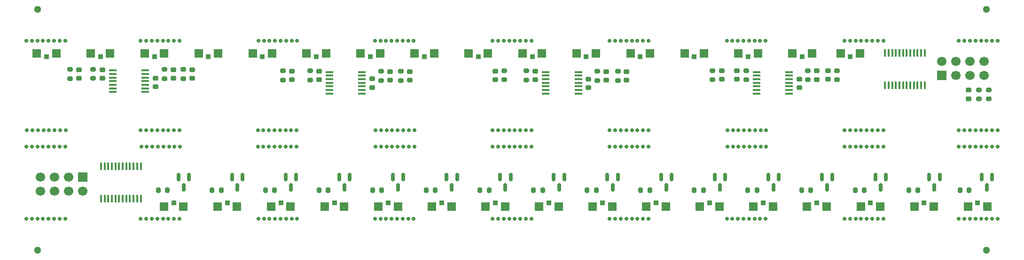
<source format=gbr>
%TF.GenerationSoftware,KiCad,Pcbnew,9.0.5*%
%TF.CreationDate,2025-10-08T16:00:37+11:00*%
%TF.ProjectId,scale-infrared-digitiser,7363616c-652d-4696-9e66-72617265642d,rev?*%
%TF.SameCoordinates,Original*%
%TF.FileFunction,Soldermask,Top*%
%TF.FilePolarity,Negative*%
%FSLAX46Y46*%
G04 Gerber Fmt 4.6, Leading zero omitted, Abs format (unit mm)*
G04 Created by KiCad (PCBNEW 9.0.5) date 2025-10-08 16:00:37*
%MOMM*%
%LPD*%
G01*
G04 APERTURE LIST*
G04 Aperture macros list*
%AMRoundRect*
0 Rectangle with rounded corners*
0 $1 Rounding radius*
0 $2 $3 $4 $5 $6 $7 $8 $9 X,Y pos of 4 corners*
0 Add a 4 corners polygon primitive as box body*
4,1,4,$2,$3,$4,$5,$6,$7,$8,$9,$2,$3,0*
0 Add four circle primitives for the rounded corners*
1,1,$1+$1,$2,$3*
1,1,$1+$1,$4,$5*
1,1,$1+$1,$6,$7*
1,1,$1+$1,$8,$9*
0 Add four rect primitives between the rounded corners*
20,1,$1+$1,$2,$3,$4,$5,0*
20,1,$1+$1,$4,$5,$6,$7,0*
20,1,$1+$1,$6,$7,$8,$9,0*
20,1,$1+$1,$8,$9,$2,$3,0*%
G04 Aperture macros list end*
%ADD10C,0.700000*%
%ADD11R,1.500000X1.500000*%
%ADD12R,0.900000X0.900000*%
%ADD13RoundRect,0.225000X0.250000X-0.225000X0.250000X0.225000X-0.250000X0.225000X-0.250000X-0.225000X0*%
%ADD14RoundRect,0.150000X-0.150000X0.587500X-0.150000X-0.587500X0.150000X-0.587500X0.150000X0.587500X0*%
%ADD15RoundRect,0.200000X-0.275000X0.200000X-0.275000X-0.200000X0.275000X-0.200000X0.275000X0.200000X0*%
%ADD16RoundRect,0.200000X0.200000X0.275000X-0.200000X0.275000X-0.200000X-0.275000X0.200000X-0.275000X0*%
%ADD17RoundRect,0.225000X-0.250000X0.225000X-0.250000X-0.225000X0.250000X-0.225000X0.250000X0.225000X0*%
%ADD18R,1.700000X1.700000*%
%ADD19C,1.700000*%
%ADD20R,1.475000X0.450000*%
%ADD21RoundRect,0.200000X0.275000X-0.200000X0.275000X0.200000X-0.275000X0.200000X-0.275000X-0.200000X0*%
%ADD22R,0.450000X1.475000*%
%ADD23C,1.300000*%
G04 APERTURE END LIST*
D10*
%TO.C,REF\u002A\u002A*%
X234000000Y-92400000D03*
X235000000Y-92400000D03*
%TD*%
%TO.C,REF\u002A\u002A*%
X171100000Y-92400000D03*
X172100000Y-92400000D03*
%TD*%
D11*
%TO.C,DPht1*%
X77600000Y-94660000D03*
X81100000Y-94660000D03*
D12*
X79350000Y-95310000D03*
%TD*%
D10*
%TO.C,REF\u002A\u002A*%
X150000000Y-111500000D03*
X151000000Y-111500000D03*
%TD*%
%TO.C,REF\u002A\u002A*%
X192300000Y-111500000D03*
X193300000Y-111500000D03*
%TD*%
D13*
%TO.C,C12*%
X92510000Y-99210000D03*
X92510000Y-97660000D03*
%TD*%
D10*
%TO.C,REF\u002A\u002A*%
X153000000Y-108600000D03*
X152000000Y-108600000D03*
%TD*%
%TO.C,REF\u002A\u002A*%
X218400000Y-124600000D03*
X217400000Y-124600000D03*
%TD*%
D14*
%TO.C,Q5*%
X201567857Y-117000000D03*
X199667857Y-117000000D03*
X200617857Y-118875000D03*
%TD*%
D10*
%TO.C,REF\u002A\u002A*%
X171100000Y-108600000D03*
X172100000Y-108600000D03*
%TD*%
D11*
%TO.C,LED9*%
X152240000Y-122340000D03*
X148740000Y-122340000D03*
D12*
X150490000Y-121690000D03*
%TD*%
D10*
%TO.C,REF\u002A\u002A*%
X193200000Y-92400000D03*
X192200000Y-92400000D03*
%TD*%
D15*
%TO.C,R17*%
X156072000Y-97825000D03*
X156072000Y-99475000D03*
%TD*%
D10*
%TO.C,REF\u002A\u002A*%
X153000000Y-111500000D03*
X152000000Y-111500000D03*
%TD*%
%TO.C,REF\u002A\u002A*%
X128800000Y-92400000D03*
X129800000Y-92400000D03*
%TD*%
D14*
%TO.C,Q1*%
X240000000Y-117000000D03*
X238100000Y-117000000D03*
X239050000Y-118875000D03*
%TD*%
D11*
%TO.C,DPht5*%
X116500000Y-94660000D03*
X120000000Y-94660000D03*
D12*
X118250000Y-95310000D03*
%TD*%
D16*
%TO.C,R10*%
X149358333Y-119400000D03*
X147708333Y-119400000D03*
%TD*%
D10*
%TO.C,REF\u002A\u002A*%
X112700000Y-108600000D03*
X111700000Y-108600000D03*
%TD*%
%TO.C,REF\u002A\u002A*%
X234000000Y-108600000D03*
X235000000Y-108600000D03*
%TD*%
%TO.C,REF\u002A\u002A*%
X197300000Y-111500000D03*
X196300000Y-111500000D03*
%TD*%
D11*
%TO.C,DPht8*%
X145675000Y-94660000D03*
X149175000Y-94660000D03*
D12*
X147425000Y-95310000D03*
%TD*%
D10*
%TO.C,REF\u002A\u002A*%
X213400000Y-124600000D03*
X214400000Y-124600000D03*
%TD*%
%TO.C,REF\u002A\u002A*%
X177100000Y-111500000D03*
X178100000Y-111500000D03*
%TD*%
%TO.C,REF\u002A\u002A*%
X219400000Y-111500000D03*
X220400000Y-111500000D03*
%TD*%
%TO.C,REF\u002A\u002A*%
X131900000Y-111500000D03*
X130900000Y-111500000D03*
%TD*%
D11*
%TO.C,LED3*%
X210170000Y-122340000D03*
X206670000Y-122340000D03*
D12*
X208420000Y-121690000D03*
%TD*%
D10*
%TO.C,REF\u002A\u002A*%
X133900000Y-111500000D03*
X132900000Y-111500000D03*
%TD*%
%TO.C,REF\u002A\u002A*%
X72000000Y-111500000D03*
X73000000Y-111500000D03*
%TD*%
D16*
%TO.C,R8*%
X168675000Y-119400000D03*
X167025000Y-119400000D03*
%TD*%
%TO.C,R7*%
X178333333Y-119400000D03*
X176683333Y-119400000D03*
%TD*%
D14*
%TO.C,Q11*%
X143603571Y-117000000D03*
X141703571Y-117000000D03*
X142653571Y-118875000D03*
%TD*%
D10*
%TO.C,REF\u002A\u002A*%
X153000000Y-92400000D03*
X152000000Y-92400000D03*
%TD*%
D11*
%TO.C,LED7*%
X171550000Y-122340000D03*
X168050000Y-122340000D03*
D12*
X169800000Y-121690000D03*
%TD*%
D11*
%TO.C,LED6*%
X181205000Y-122340000D03*
X177705000Y-122340000D03*
D12*
X179455000Y-121690000D03*
%TD*%
D11*
%TO.C,DPht12*%
X184575000Y-94660000D03*
X188075000Y-94660000D03*
D12*
X186325000Y-95310000D03*
%TD*%
D17*
%TO.C,C24*%
X208410000Y-97850000D03*
X208410000Y-99400000D03*
%TD*%
D14*
%TO.C,Q15*%
X104960714Y-117000000D03*
X103060714Y-117000000D03*
X104010714Y-118875000D03*
%TD*%
D18*
%TO.C,J1*%
X230970000Y-98685000D03*
D19*
X230970000Y-96145000D03*
X233510000Y-98685000D03*
X233510000Y-96145000D03*
X236050000Y-98685000D03*
X236050000Y-96145000D03*
X238590000Y-98685000D03*
X238590000Y-96145000D03*
%TD*%
D10*
%TO.C,REF\u002A\u002A*%
X134800000Y-124600000D03*
X135800000Y-124600000D03*
%TD*%
D16*
%TO.C,R1*%
X235875000Y-119400000D03*
X234225000Y-119400000D03*
%TD*%
D11*
%TO.C,DPht3*%
X97050000Y-94660000D03*
X100550000Y-94660000D03*
D12*
X98800000Y-95310000D03*
%TD*%
D10*
%TO.C,REF\u002A\u002A*%
X71000000Y-111500000D03*
X70000000Y-111500000D03*
%TD*%
D20*
%TO.C,IC3*%
X197572000Y-98050000D03*
X197572000Y-98700000D03*
X197572000Y-99350000D03*
X197572000Y-100000000D03*
X197572000Y-100650000D03*
X197572000Y-101300000D03*
X197572000Y-101950000D03*
X203448000Y-101950000D03*
X203448000Y-101300000D03*
X203448000Y-100650000D03*
X203448000Y-100000000D03*
X203448000Y-99350000D03*
X203448000Y-98700000D03*
X203448000Y-98050000D03*
%TD*%
D10*
%TO.C,REF\u002A\u002A*%
X150000000Y-124600000D03*
X151000000Y-124600000D03*
%TD*%
%TO.C,REF\u002A\u002A*%
X239000000Y-124600000D03*
X238000000Y-124600000D03*
%TD*%
%TO.C,REF\u002A\u002A*%
X91600000Y-124600000D03*
X90600000Y-124600000D03*
%TD*%
D21*
%TO.C,R22*%
X172572000Y-99575000D03*
X172572000Y-97925000D03*
%TD*%
D10*
%TO.C,REF\u002A\u002A*%
X174100000Y-111500000D03*
X173100000Y-111500000D03*
%TD*%
D11*
%TO.C,DPht14*%
X204025000Y-94660000D03*
X207525000Y-94660000D03*
D12*
X205775000Y-95310000D03*
%TD*%
D10*
%TO.C,REF\u002A\u002A*%
X72100000Y-108600000D03*
X73100000Y-108600000D03*
%TD*%
%TO.C,REF\u002A\u002A*%
X195300000Y-108600000D03*
X194300000Y-108600000D03*
%TD*%
%TO.C,REF\u002A\u002A*%
X86600000Y-108600000D03*
X87600000Y-108600000D03*
%TD*%
%TO.C,REF\u002A\u002A*%
X155000000Y-111500000D03*
X154000000Y-111500000D03*
%TD*%
D16*
%TO.C,R9*%
X159016667Y-119400000D03*
X157366667Y-119400000D03*
%TD*%
D10*
%TO.C,REF\u002A\u002A*%
X216400000Y-124600000D03*
X215400000Y-124600000D03*
%TD*%
D22*
%TO.C,IC4*%
X86615000Y-115062000D03*
X85965000Y-115062000D03*
X85315000Y-115062000D03*
X84665000Y-115062000D03*
X84015000Y-115062000D03*
X83365000Y-115062000D03*
X82715000Y-115062000D03*
X82065000Y-115062000D03*
X81415000Y-115062000D03*
X80765000Y-115062000D03*
X80115000Y-115062000D03*
X79465000Y-115062000D03*
X79465000Y-120938000D03*
X80115000Y-120938000D03*
X80765000Y-120938000D03*
X81415000Y-120938000D03*
X82065000Y-120938000D03*
X82715000Y-120938000D03*
X83365000Y-120938000D03*
X84015000Y-120938000D03*
X84665000Y-120938000D03*
X85315000Y-120938000D03*
X85965000Y-120938000D03*
X86615000Y-120938000D03*
%TD*%
D14*
%TO.C,Q14*%
X114621429Y-117000000D03*
X112721429Y-117000000D03*
X113671429Y-118875000D03*
%TD*%
D10*
%TO.C,REF\u002A\u002A*%
X89600000Y-124600000D03*
X88600000Y-124600000D03*
%TD*%
%TO.C,REF\u002A\u002A*%
X216400000Y-108600000D03*
X215400000Y-108600000D03*
%TD*%
%TO.C,REF\u002A\u002A*%
X240000000Y-92400000D03*
X241000000Y-92400000D03*
%TD*%
%TO.C,REF\u002A\u002A*%
X86700000Y-111500000D03*
X87700000Y-111500000D03*
%TD*%
D16*
%TO.C,R6*%
X187991667Y-119400000D03*
X186341667Y-119400000D03*
%TD*%
D10*
%TO.C,REF\u002A\u002A*%
X155000000Y-108600000D03*
X154000000Y-108600000D03*
%TD*%
%TO.C,REF\u002A\u002A*%
X219400000Y-108600000D03*
X220400000Y-108600000D03*
%TD*%
%TO.C,REF\u002A\u002A*%
X174100000Y-108600000D03*
X173100000Y-108600000D03*
%TD*%
D14*
%TO.C,Q10*%
X153264286Y-117000000D03*
X151364286Y-117000000D03*
X152314286Y-118875000D03*
%TD*%
D20*
%TO.C,IC0*%
X81572000Y-97760000D03*
X81572000Y-98410000D03*
X81572000Y-99060000D03*
X81572000Y-99710000D03*
X81572000Y-100360000D03*
X81572000Y-101010000D03*
X81572000Y-101660000D03*
X87448000Y-101660000D03*
X87448000Y-101010000D03*
X87448000Y-100360000D03*
X87448000Y-99710000D03*
X87448000Y-99060000D03*
X87448000Y-98410000D03*
X87448000Y-97760000D03*
%TD*%
D14*
%TO.C,Q7*%
X182246429Y-117000000D03*
X180346429Y-117000000D03*
X181296429Y-118875000D03*
%TD*%
D11*
%TO.C,LED8*%
X161895000Y-122340000D03*
X158395000Y-122340000D03*
D12*
X160145000Y-121690000D03*
%TD*%
D10*
%TO.C,REF\u002A\u002A*%
X240000000Y-111500000D03*
X241000000Y-111500000D03*
%TD*%
D17*
%TO.C,C11*%
X95910000Y-97635000D03*
X95910000Y-99185000D03*
%TD*%
D10*
%TO.C,REF\u002A\u002A*%
X177100000Y-92400000D03*
X178100000Y-92400000D03*
%TD*%
D11*
%TO.C,LED4*%
X200515000Y-122340000D03*
X197015000Y-122340000D03*
D12*
X198765000Y-121690000D03*
%TD*%
D10*
%TO.C,REF\u002A\u002A*%
X113800000Y-92400000D03*
X114800000Y-92400000D03*
%TD*%
%TO.C,REF\u002A\u002A*%
X174100000Y-124600000D03*
X173100000Y-124600000D03*
%TD*%
%TO.C,REF\u002A\u002A*%
X150000000Y-108600000D03*
X151000000Y-108600000D03*
%TD*%
D15*
%TO.C,R19*%
X239380000Y-101275000D03*
X239380000Y-102925000D03*
%TD*%
D10*
%TO.C,REF\u002A\u002A*%
X91600000Y-92400000D03*
X90600000Y-92400000D03*
%TD*%
%TO.C,REF\u002A\u002A*%
X192300000Y-108600000D03*
X193300000Y-108600000D03*
%TD*%
D11*
%TO.C,DPht4*%
X106775000Y-94660000D03*
X110275000Y-94660000D03*
D12*
X108525000Y-95310000D03*
%TD*%
D22*
%TO.C,IC5*%
X220705000Y-100448000D03*
X221355000Y-100448000D03*
X222005000Y-100448000D03*
X222655000Y-100448000D03*
X223305000Y-100448000D03*
X223955000Y-100448000D03*
X224605000Y-100448000D03*
X225255000Y-100448000D03*
X225905000Y-100448000D03*
X226555000Y-100448000D03*
X227205000Y-100448000D03*
X227855000Y-100448000D03*
X227855000Y-94572000D03*
X227205000Y-94572000D03*
X226555000Y-94572000D03*
X225905000Y-94572000D03*
X225255000Y-94572000D03*
X224605000Y-94572000D03*
X223955000Y-94572000D03*
X223305000Y-94572000D03*
X222655000Y-94572000D03*
X222005000Y-94572000D03*
X221355000Y-94572000D03*
X220705000Y-94572000D03*
%TD*%
D10*
%TO.C,REF\u002A\u002A*%
X131800000Y-124600000D03*
X130800000Y-124600000D03*
%TD*%
%TO.C,REF\u002A\u002A*%
X134800000Y-92400000D03*
X135800000Y-92400000D03*
%TD*%
%TO.C,REF\u002A\u002A*%
X89600000Y-108600000D03*
X88600000Y-108600000D03*
%TD*%
D16*
%TO.C,R3*%
X216966667Y-119400000D03*
X215316667Y-119400000D03*
%TD*%
D10*
%TO.C,REF\u002A\u002A*%
X198300000Y-111500000D03*
X199300000Y-111500000D03*
%TD*%
D20*
%TO.C,IC2*%
X159572000Y-98050000D03*
X159572000Y-98700000D03*
X159572000Y-99350000D03*
X159572000Y-100000000D03*
X159572000Y-100650000D03*
X159572000Y-101300000D03*
X159572000Y-101950000D03*
X165448000Y-101950000D03*
X165448000Y-101300000D03*
X165448000Y-100650000D03*
X165448000Y-100000000D03*
X165448000Y-99350000D03*
X165448000Y-98700000D03*
X165448000Y-98050000D03*
%TD*%
D10*
%TO.C,REF\u002A\u002A*%
X110700000Y-108600000D03*
X109700000Y-108600000D03*
%TD*%
D20*
%TO.C,IC1*%
X120572000Y-98050000D03*
X120572000Y-98700000D03*
X120572000Y-99350000D03*
X120572000Y-100000000D03*
X120572000Y-100650000D03*
X120572000Y-101300000D03*
X120572000Y-101950000D03*
X126448000Y-101950000D03*
X126448000Y-101300000D03*
X126448000Y-100650000D03*
X126448000Y-100000000D03*
X126448000Y-99350000D03*
X126448000Y-98700000D03*
X126448000Y-98050000D03*
%TD*%
D11*
%TO.C,DPht9*%
X155400000Y-94660000D03*
X158900000Y-94660000D03*
D12*
X157150000Y-95310000D03*
%TD*%
D10*
%TO.C,REF\u002A\u002A*%
X176100000Y-108600000D03*
X175100000Y-108600000D03*
%TD*%
D13*
%TO.C,C15*%
X118748000Y-99425000D03*
X118748000Y-97875000D03*
%TD*%
D10*
%TO.C,REF\u002A\u002A*%
X110800000Y-92400000D03*
X109800000Y-92400000D03*
%TD*%
%TO.C,REF\u002A\u002A*%
X156000000Y-124600000D03*
X157000000Y-124600000D03*
%TD*%
%TO.C,REF\u002A\u002A*%
X193200000Y-124600000D03*
X192200000Y-124600000D03*
%TD*%
%TO.C,REF\u002A\u002A*%
X128900000Y-108600000D03*
X129900000Y-108600000D03*
%TD*%
%TO.C,REF\u002A\u002A*%
X133800000Y-92400000D03*
X132800000Y-92400000D03*
%TD*%
%TO.C,REF\u002A\u002A*%
X71100000Y-108600000D03*
X70100000Y-108600000D03*
%TD*%
D11*
%TO.C,DPht2*%
X87325000Y-94660000D03*
X90825000Y-94660000D03*
D12*
X89075000Y-95310000D03*
%TD*%
D10*
%TO.C,REF\u002A\u002A*%
X107700000Y-108600000D03*
X108700000Y-108600000D03*
%TD*%
D14*
%TO.C,Q2*%
X230550000Y-117000000D03*
X228650000Y-117000000D03*
X229600000Y-118875000D03*
%TD*%
D10*
%TO.C,REF\u002A\u002A*%
X89600000Y-92400000D03*
X88600000Y-92400000D03*
%TD*%
D11*
%TO.C,LED15*%
X94310000Y-122340000D03*
X90810000Y-122340000D03*
D12*
X92560000Y-121690000D03*
%TD*%
D21*
%TO.C,R29*%
X133448000Y-99575000D03*
X133448000Y-97925000D03*
%TD*%
D13*
%TO.C,C9*%
X79750000Y-99160000D03*
X79750000Y-97610000D03*
%TD*%
D10*
%TO.C,REF\u002A\u002A*%
X66100000Y-108600000D03*
X67100000Y-108600000D03*
%TD*%
%TO.C,REF\u002A\u002A*%
X131900000Y-108600000D03*
X130900000Y-108600000D03*
%TD*%
D16*
%TO.C,R15*%
X101125000Y-119400000D03*
X99475000Y-119400000D03*
%TD*%
%TO.C,R12*%
X130041667Y-119400000D03*
X128391667Y-119400000D03*
%TD*%
D11*
%TO.C,LED10*%
X142585000Y-122340000D03*
X139085000Y-122340000D03*
D12*
X140835000Y-121690000D03*
%TD*%
D11*
%TO.C,DPht0*%
X67875000Y-94660000D03*
X71375000Y-94660000D03*
D12*
X69625000Y-95310000D03*
%TD*%
D21*
%TO.C,R34*%
X206810000Y-99450000D03*
X206810000Y-97800000D03*
%TD*%
D11*
%TO.C,DPht13*%
X194300000Y-94660000D03*
X197800000Y-94660000D03*
D12*
X196050000Y-95310000D03*
%TD*%
D10*
%TO.C,REF\u002A\u002A*%
X71000000Y-124600000D03*
X70000000Y-124600000D03*
%TD*%
%TO.C,REF\u002A\u002A*%
X176100000Y-111500000D03*
X175100000Y-111500000D03*
%TD*%
%TO.C,REF\u002A\u002A*%
X237000000Y-92400000D03*
X236000000Y-92400000D03*
%TD*%
%TO.C,REF\u002A\u002A*%
X66000000Y-124600000D03*
X67000000Y-124600000D03*
%TD*%
D21*
%TO.C,R25*%
X94310000Y-99235000D03*
X94310000Y-97585000D03*
%TD*%
D10*
%TO.C,REF\u002A\u002A*%
X107800000Y-124600000D03*
X108800000Y-124600000D03*
%TD*%
D16*
%TO.C,R13*%
X120383333Y-119400000D03*
X118733333Y-119400000D03*
%TD*%
D10*
%TO.C,REF\u002A\u002A*%
X156000000Y-111500000D03*
X157000000Y-111500000D03*
%TD*%
%TO.C,REF\u002A\u002A*%
X112800000Y-92400000D03*
X111800000Y-92400000D03*
%TD*%
D23*
%TO.C,REF\u002A\u002A*%
X239000000Y-86750000D03*
%TD*%
D10*
%TO.C,REF\u002A\u002A*%
X196200000Y-92400000D03*
X197200000Y-92400000D03*
%TD*%
D11*
%TO.C,LED1*%
X229480000Y-122340000D03*
X225980000Y-122340000D03*
D12*
X227730000Y-121690000D03*
%TD*%
D10*
%TO.C,REF\u002A\u002A*%
X213400000Y-108600000D03*
X214400000Y-108600000D03*
%TD*%
D15*
%TO.C,R27*%
X117148000Y-97825000D03*
X117148000Y-99475000D03*
%TD*%
D10*
%TO.C,REF\u002A\u002A*%
X216400000Y-111500000D03*
X215400000Y-111500000D03*
%TD*%
%TO.C,REF\u002A\u002A*%
X176100000Y-124600000D03*
X175100000Y-124600000D03*
%TD*%
D16*
%TO.C,R2*%
X226625000Y-119400000D03*
X224975000Y-119400000D03*
%TD*%
D10*
%TO.C,REF\u002A\u002A*%
X133900000Y-108600000D03*
X132900000Y-108600000D03*
%TD*%
D13*
%TO.C,C21*%
X194010000Y-99375000D03*
X194010000Y-97825000D03*
%TD*%
D16*
%TO.C,R5*%
X197650000Y-119400000D03*
X196000000Y-119400000D03*
%TD*%
D10*
%TO.C,REF\u002A\u002A*%
X66000000Y-92400000D03*
X67000000Y-92400000D03*
%TD*%
%TO.C,REF\u002A\u002A*%
X198300000Y-108600000D03*
X199300000Y-108600000D03*
%TD*%
%TO.C,REF\u002A\u002A*%
X240000000Y-108600000D03*
X241000000Y-108600000D03*
%TD*%
D17*
%TO.C,C23*%
X210410000Y-97825000D03*
X210410000Y-99375000D03*
%TD*%
D21*
%TO.C,R33*%
X212010000Y-99425000D03*
X212010000Y-97775000D03*
%TD*%
D10*
%TO.C,REF\u002A\u002A*%
X199200000Y-92400000D03*
X198200000Y-92400000D03*
%TD*%
%TO.C,REF\u002A\u002A*%
X113700000Y-111500000D03*
X114700000Y-111500000D03*
%TD*%
%TO.C,REF\u002A\u002A*%
X155000000Y-124600000D03*
X154000000Y-124600000D03*
%TD*%
%TO.C,REF\u002A\u002A*%
X86600000Y-92400000D03*
X87600000Y-92400000D03*
%TD*%
%TO.C,REF\u002A\u002A*%
X234000000Y-124600000D03*
X235000000Y-124600000D03*
%TD*%
D13*
%TO.C,C10*%
X75510000Y-99185000D03*
X75510000Y-97635000D03*
%TD*%
D10*
%TO.C,REF\u002A\u002A*%
X218400000Y-92400000D03*
X217400000Y-92400000D03*
%TD*%
D14*
%TO.C,Q9*%
X162925000Y-117000000D03*
X161025000Y-117000000D03*
X161975000Y-118875000D03*
%TD*%
D13*
%TO.C,C4*%
X150472000Y-99425000D03*
X150472000Y-97875000D03*
%TD*%
D10*
%TO.C,REF\u002A\u002A*%
X239000000Y-92400000D03*
X238000000Y-92400000D03*
%TD*%
%TO.C,REF\u002A\u002A*%
X86600000Y-124600000D03*
X87600000Y-124600000D03*
%TD*%
%TO.C,REF\u002A\u002A*%
X131800000Y-92400000D03*
X130800000Y-92400000D03*
%TD*%
%TO.C,REF\u002A\u002A*%
X177100000Y-124600000D03*
X178100000Y-124600000D03*
%TD*%
%TO.C,REF\u002A\u002A*%
X195300000Y-111500000D03*
X194300000Y-111500000D03*
%TD*%
D23*
%TO.C,REF\u002A\u002A*%
X239000000Y-130250000D03*
%TD*%
D10*
%TO.C,REF\u002A\u002A*%
X110800000Y-124600000D03*
X109800000Y-124600000D03*
%TD*%
D14*
%TO.C,Q13*%
X124282143Y-117000000D03*
X122382143Y-117000000D03*
X123332143Y-118875000D03*
%TD*%
D10*
%TO.C,REF\u002A\u002A*%
X72000000Y-92400000D03*
X73000000Y-92400000D03*
%TD*%
D13*
%TO.C,C14*%
X128348000Y-100825000D03*
X128348000Y-99275000D03*
%TD*%
D10*
%TO.C,REF\u002A\u002A*%
X92600000Y-108600000D03*
X93600000Y-108600000D03*
%TD*%
%TO.C,REF\u002A\u002A*%
X128900000Y-111500000D03*
X129900000Y-111500000D03*
%TD*%
D14*
%TO.C,Q6*%
X191907143Y-117000000D03*
X190007143Y-117000000D03*
X190957143Y-118875000D03*
%TD*%
D10*
%TO.C,REF\u002A\u002A*%
X218400000Y-108600000D03*
X217400000Y-108600000D03*
%TD*%
D23*
%TO.C,REF\u002A\u002A*%
X68000000Y-130250000D03*
%TD*%
D16*
%TO.C,R14*%
X110725000Y-119400000D03*
X109075000Y-119400000D03*
%TD*%
D10*
%TO.C,REF\u002A\u002A*%
X92700000Y-111500000D03*
X93700000Y-111500000D03*
%TD*%
D13*
%TO.C,C8*%
X89310000Y-100685000D03*
X89310000Y-99135000D03*
%TD*%
D10*
%TO.C,REF\u002A\u002A*%
X219400000Y-92400000D03*
X220400000Y-92400000D03*
%TD*%
%TO.C,REF\u002A\u002A*%
X196200000Y-124600000D03*
X197200000Y-124600000D03*
%TD*%
%TO.C,REF\u002A\u002A*%
X91600000Y-108600000D03*
X90600000Y-108600000D03*
%TD*%
%TO.C,REF\u002A\u002A*%
X92600000Y-92400000D03*
X93600000Y-92400000D03*
%TD*%
D11*
%TO.C,LED11*%
X132930000Y-122340000D03*
X129430000Y-122340000D03*
D12*
X131180000Y-121690000D03*
%TD*%
D13*
%TO.C,C22*%
X191310000Y-99375000D03*
X191310000Y-97825000D03*
%TD*%
D17*
%TO.C,C17*%
X135048000Y-97950000D03*
X135048000Y-99500000D03*
%TD*%
D15*
%TO.C,R32*%
X189610000Y-97775000D03*
X189610000Y-99425000D03*
%TD*%
D11*
%TO.C,LED13*%
X113620000Y-122340000D03*
X110120000Y-122340000D03*
D12*
X111870000Y-121690000D03*
%TD*%
D14*
%TO.C,Q4*%
X211228571Y-117000000D03*
X209328571Y-117000000D03*
X210278571Y-118875000D03*
%TD*%
D15*
%TO.C,R23*%
X78050000Y-97560000D03*
X78050000Y-99210000D03*
%TD*%
D10*
%TO.C,REF\u002A\u002A*%
X213400000Y-92400000D03*
X214400000Y-92400000D03*
%TD*%
D11*
%TO.C,DPht6*%
X126225000Y-94660000D03*
X129725000Y-94660000D03*
D12*
X127975000Y-95310000D03*
%TD*%
D13*
%TO.C,C20*%
X205310000Y-100875000D03*
X205310000Y-99325000D03*
%TD*%
D10*
%TO.C,REF\u002A\u002A*%
X133800000Y-124600000D03*
X132800000Y-124600000D03*
%TD*%
D14*
%TO.C,Q3*%
X220889286Y-117000000D03*
X218989286Y-117000000D03*
X219939286Y-118875000D03*
%TD*%
D10*
%TO.C,REF\u002A\u002A*%
X177100000Y-108600000D03*
X178100000Y-108600000D03*
%TD*%
%TO.C,REF\u002A\u002A*%
X128800000Y-124600000D03*
X129800000Y-124600000D03*
%TD*%
%TO.C,REF\u002A\u002A*%
X134900000Y-108600000D03*
X135900000Y-108600000D03*
%TD*%
%TO.C,REF\u002A\u002A*%
X156000000Y-92400000D03*
X157000000Y-92400000D03*
%TD*%
%TO.C,REF\u002A\u002A*%
X113700000Y-108600000D03*
X114700000Y-108600000D03*
%TD*%
%TO.C,REF\u002A\u002A*%
X199200000Y-124600000D03*
X198200000Y-124600000D03*
%TD*%
%TO.C,REF\u002A\u002A*%
X66000000Y-111500000D03*
X67000000Y-111500000D03*
%TD*%
D15*
%TO.C,R24*%
X73910000Y-97585000D03*
X73910000Y-99235000D03*
%TD*%
D11*
%TO.C,DPht15*%
X212700000Y-94660000D03*
X216200000Y-94660000D03*
D12*
X214450000Y-95310000D03*
%TD*%
D14*
%TO.C,Q16*%
X95300000Y-117000000D03*
X93400000Y-117000000D03*
X94350000Y-118875000D03*
%TD*%
D15*
%TO.C,R28*%
X112248000Y-97825000D03*
X112248000Y-99475000D03*
%TD*%
D10*
%TO.C,REF\u002A\u002A*%
X171100000Y-124600000D03*
X172100000Y-124600000D03*
%TD*%
D21*
%TO.C,R20*%
X168872000Y-99575000D03*
X168872000Y-97925000D03*
%TD*%
D10*
%TO.C,REF\u002A\u002A*%
X239000000Y-111500000D03*
X238000000Y-111500000D03*
%TD*%
D16*
%TO.C,R16*%
X91425000Y-119400000D03*
X89775000Y-119400000D03*
%TD*%
D13*
%TO.C,C2*%
X167272000Y-100900000D03*
X167272000Y-99350000D03*
%TD*%
D11*
%TO.C,DPht11*%
X174850000Y-94660000D03*
X178350000Y-94660000D03*
D12*
X176600000Y-95310000D03*
%TD*%
D17*
%TO.C,C3*%
X170472000Y-97975000D03*
X170472000Y-99525000D03*
%TD*%
D10*
%TO.C,REF\u002A\u002A*%
X237000000Y-124600000D03*
X236000000Y-124600000D03*
%TD*%
%TO.C,REF\u002A\u002A*%
X218400000Y-111500000D03*
X217400000Y-111500000D03*
%TD*%
D13*
%TO.C,C16*%
X113848000Y-99425000D03*
X113848000Y-97875000D03*
%TD*%
D14*
%TO.C,Q12*%
X133942857Y-117000000D03*
X132042857Y-117000000D03*
X132992857Y-118875000D03*
%TD*%
D21*
%TO.C,R30*%
X129948000Y-99575000D03*
X129948000Y-97925000D03*
%TD*%
D10*
%TO.C,REF\u002A\u002A*%
X134900000Y-111500000D03*
X135900000Y-111500000D03*
%TD*%
D11*
%TO.C,LED14*%
X103965000Y-122340000D03*
X100465000Y-122340000D03*
D12*
X102215000Y-121690000D03*
%TD*%
D23*
%TO.C,REF\u002A\u002A*%
X68000000Y-86750000D03*
%TD*%
D10*
%TO.C,REF\u002A\u002A*%
X91700000Y-111500000D03*
X90700000Y-111500000D03*
%TD*%
%TO.C,REF\u002A\u002A*%
X219400000Y-124600000D03*
X220400000Y-124600000D03*
%TD*%
D16*
%TO.C,R4*%
X207308333Y-119400000D03*
X205658333Y-119400000D03*
%TD*%
D17*
%TO.C,C5*%
X174132000Y-97975000D03*
X174132000Y-99525000D03*
%TD*%
D14*
%TO.C,Q8*%
X172585714Y-117000000D03*
X170685714Y-117000000D03*
X171635714Y-118875000D03*
%TD*%
D10*
%TO.C,REF\u002A\u002A*%
X112800000Y-124600000D03*
X111800000Y-124600000D03*
%TD*%
%TO.C,REF\u002A\u002A*%
X69000000Y-111500000D03*
X68000000Y-111500000D03*
%TD*%
%TO.C,REF\u002A\u002A*%
X112700000Y-111500000D03*
X111700000Y-111500000D03*
%TD*%
%TO.C,REF\u002A\u002A*%
X176100000Y-92400000D03*
X175100000Y-92400000D03*
%TD*%
%TO.C,REF\u002A\u002A*%
X69000000Y-124600000D03*
X68000000Y-124600000D03*
%TD*%
%TO.C,REF\u002A\u002A*%
X237000000Y-111500000D03*
X236000000Y-111500000D03*
%TD*%
%TO.C,REF\u002A\u002A*%
X213400000Y-111500000D03*
X214400000Y-111500000D03*
%TD*%
D17*
%TO.C,C18*%
X131548000Y-97975000D03*
X131548000Y-99525000D03*
%TD*%
D10*
%TO.C,REF\u002A\u002A*%
X113800000Y-124600000D03*
X114800000Y-124600000D03*
%TD*%
%TO.C,REF\u002A\u002A*%
X150000000Y-92400000D03*
X151000000Y-92400000D03*
%TD*%
%TO.C,REF\u002A\u002A*%
X194200000Y-124600000D03*
X195200000Y-124600000D03*
%TD*%
D21*
%TO.C,R18*%
X237610000Y-102925000D03*
X237610000Y-101275000D03*
%TD*%
D17*
%TO.C,C7*%
X235780000Y-101325000D03*
X235780000Y-102875000D03*
%TD*%
D15*
%TO.C,R21*%
X152072000Y-97800000D03*
X152072000Y-99450000D03*
%TD*%
D10*
%TO.C,REF\u002A\u002A*%
X171100000Y-111500000D03*
X172100000Y-111500000D03*
%TD*%
%TO.C,REF\u002A\u002A*%
X197300000Y-108600000D03*
X196300000Y-108600000D03*
%TD*%
D11*
%TO.C,LED5*%
X190860000Y-122340000D03*
X187360000Y-122340000D03*
D12*
X189110000Y-121690000D03*
%TD*%
D11*
%TO.C,DPht7*%
X135950000Y-94660000D03*
X139450000Y-94660000D03*
D12*
X137700000Y-95310000D03*
%TD*%
D10*
%TO.C,REF\u002A\u002A*%
X216400000Y-92400000D03*
X215400000Y-92400000D03*
%TD*%
D11*
%TO.C,DPht10*%
X165125000Y-94660000D03*
X168625000Y-94660000D03*
D12*
X166875000Y-95310000D03*
%TD*%
D10*
%TO.C,REF\u002A\u002A*%
X107700000Y-111500000D03*
X108700000Y-111500000D03*
%TD*%
%TO.C,REF\u002A\u002A*%
X240000000Y-124600000D03*
X241000000Y-124600000D03*
%TD*%
D15*
%TO.C,R26*%
X90910000Y-97585000D03*
X90910000Y-99235000D03*
%TD*%
D13*
%TO.C,C1*%
X157672000Y-99425000D03*
X157672000Y-97875000D03*
%TD*%
D10*
%TO.C,REF\u002A\u002A*%
X234000000Y-111500000D03*
X235000000Y-111500000D03*
%TD*%
D16*
%TO.C,R11*%
X139700000Y-119400000D03*
X138050000Y-119400000D03*
%TD*%
D10*
%TO.C,REF\u002A\u002A*%
X174100000Y-92400000D03*
X173100000Y-92400000D03*
%TD*%
%TO.C,REF\u002A\u002A*%
X69100000Y-108600000D03*
X68100000Y-108600000D03*
%TD*%
%TO.C,REF\u002A\u002A*%
X155000000Y-92400000D03*
X154000000Y-92400000D03*
%TD*%
%TO.C,REF\u002A\u002A*%
X72000000Y-124600000D03*
X73000000Y-124600000D03*
%TD*%
%TO.C,REF\u002A\u002A*%
X71000000Y-92400000D03*
X70000000Y-92400000D03*
%TD*%
%TO.C,REF\u002A\u002A*%
X237000000Y-108600000D03*
X236000000Y-108600000D03*
%TD*%
%TO.C,REF\u002A\u002A*%
X69000000Y-92400000D03*
X68000000Y-92400000D03*
%TD*%
D11*
%TO.C,LED12*%
X123275000Y-122340000D03*
X119775000Y-122340000D03*
D12*
X121525000Y-121690000D03*
%TD*%
D10*
%TO.C,REF\u002A\u002A*%
X239000000Y-108600000D03*
X238000000Y-108600000D03*
%TD*%
%TO.C,REF\u002A\u002A*%
X110700000Y-111500000D03*
X109700000Y-111500000D03*
%TD*%
%TO.C,REF\u002A\u002A*%
X107800000Y-92400000D03*
X108800000Y-92400000D03*
%TD*%
%TO.C,REF\u002A\u002A*%
X89700000Y-111500000D03*
X88700000Y-111500000D03*
%TD*%
%TO.C,REF\u002A\u002A*%
X153000000Y-124600000D03*
X152000000Y-124600000D03*
%TD*%
D18*
%TO.C,J0*%
X76120000Y-117060000D03*
D19*
X76120000Y-119600000D03*
X73580000Y-117060000D03*
X73580000Y-119600000D03*
X71040000Y-117060000D03*
X71040000Y-119600000D03*
X68500000Y-117060000D03*
X68500000Y-119600000D03*
%TD*%
D11*
%TO.C,LED0*%
X239135000Y-122340000D03*
X235635000Y-122340000D03*
D12*
X237385000Y-121690000D03*
%TD*%
D10*
%TO.C,REF\u002A\u002A*%
X156000000Y-108600000D03*
X157000000Y-108600000D03*
%TD*%
D11*
%TO.C,LED2*%
X219825000Y-122340000D03*
X216325000Y-122340000D03*
D12*
X218075000Y-121690000D03*
%TD*%
D10*
%TO.C,REF\u002A\u002A*%
X194200000Y-92400000D03*
X195200000Y-92400000D03*
%TD*%
%TO.C,REF\u002A\u002A*%
X92600000Y-124600000D03*
X93600000Y-124600000D03*
%TD*%
D15*
%TO.C,R31*%
X195710000Y-97775000D03*
X195710000Y-99425000D03*
%TD*%
M02*

</source>
